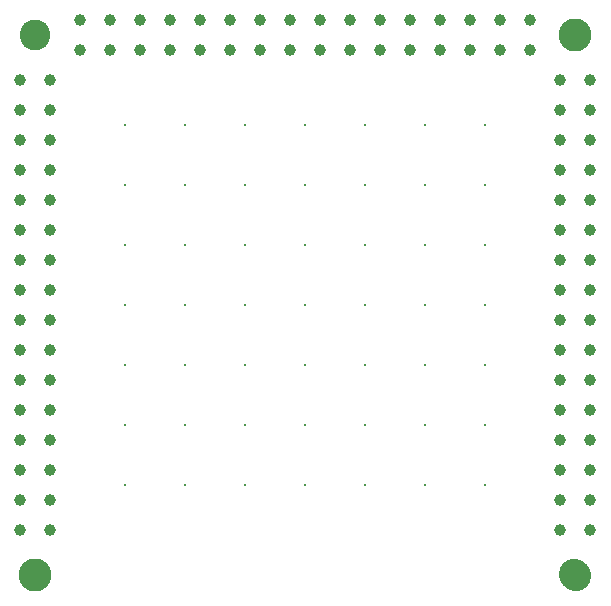
<source format=gbr>
%TF.GenerationSoftware,Altium Limited,Altium Designer,21.2.2 (38)*%
G04 Layer_Color=0*
%FSLAX45Y45*%
%MOMM*%
%TF.SameCoordinates,CFC194E4-F73D-46A4-AAE2-90500156CD02*%
%TF.FilePolarity,Positive*%
%TF.FileFunction,Plated,1,2,PTH,Drill*%
G01*
G75*
%TA.AperFunction,OtherDrill,Pad Free-1 (-22.86mm,22.86mm)*%
%ADD16C,2.60000*%
%TA.AperFunction,OtherDrill,Pad Free-3 (22.86mm,-22.86mm)*%
G04:AMPARAMS|DCode=17|XSize=2.8mm|YSize=2.6mm|CornerRadius=0mm|HoleSize=0mm|Usage=FLASHONLY|Rotation=135.000|XOffset=0mm|YOffset=0mm|HoleType=Round|Shape=Round|*
%AMOVALD17*
21,1,0.20000,2.60000,0.00000,0.00000,135.0*
1,1,2.60000,0.07071,-0.07071*
1,1,2.60000,-0.07071,0.07071*
%
%ADD17OVALD17*%

%TA.AperFunction,OtherDrill,Pad Free-4 (-22.86mm,-22.86mm)*%
%ADD18C,2.80000*%
%TA.AperFunction,OtherDrill,Pad Free-2 (22.86mm,22.86mm)*%
%ADD19C,2.80000*%
%TA.AperFunction,ViaDrill,NotFilled*%
%ADD20C,0.30000*%
%ADD21C,1.00000*%
D16*
X-2286000Y2286000D02*
D03*
D17*
X2286000Y-2286000D02*
D03*
D18*
X-2286000Y-2286000D02*
D03*
D19*
X2286000Y2286000D02*
D03*
D20*
X-1524000Y-1524000D02*
D03*
X-1016000D02*
D03*
X-508000D02*
D03*
X0D02*
D03*
Y-1016000D02*
D03*
Y-508000D02*
D03*
X-508000D02*
D03*
Y-1016000D02*
D03*
X-1016000D02*
D03*
X-1524000D02*
D03*
Y-508000D02*
D03*
X-1016000D02*
D03*
Y0D02*
D03*
X-1524000D02*
D03*
X-508000D02*
D03*
X0D02*
D03*
X508000D02*
D03*
Y-508000D02*
D03*
Y-1016000D02*
D03*
Y-1524000D02*
D03*
X1016000D02*
D03*
X1524000D02*
D03*
Y-1016000D02*
D03*
X1016000D02*
D03*
Y-508000D02*
D03*
X1524000D02*
D03*
Y0D02*
D03*
X1016000D02*
D03*
Y508000D02*
D03*
Y1016000D02*
D03*
X508000D02*
D03*
Y1524000D02*
D03*
X1016000D02*
D03*
X1524000D02*
D03*
Y1016000D02*
D03*
Y508000D02*
D03*
X508000D02*
D03*
X0D02*
D03*
Y1016000D02*
D03*
Y1524000D02*
D03*
X-508000D02*
D03*
Y1016000D02*
D03*
X-1016000D02*
D03*
X-1524000D02*
D03*
Y1524000D02*
D03*
X-1016000D02*
D03*
Y508000D02*
D03*
X-1524000D02*
D03*
X-508000D02*
D03*
D21*
X-2413000Y-1905000D02*
D03*
Y-1651000D02*
D03*
Y-1397000D02*
D03*
Y-1143000D02*
D03*
X-2159000D02*
D03*
Y-1397000D02*
D03*
Y-1651000D02*
D03*
Y-1905000D02*
D03*
Y-889000D02*
D03*
Y-635000D02*
D03*
Y-381000D02*
D03*
Y-127000D02*
D03*
X-2413000D02*
D03*
Y-381000D02*
D03*
Y-635000D02*
D03*
Y-889000D02*
D03*
X2159000D02*
D03*
X2413000D02*
D03*
Y-1142999D02*
D03*
X2159001Y-1143000D02*
D03*
X2158999Y-1397000D02*
D03*
X2159000Y-1651000D02*
D03*
X2413000Y-1651000D02*
D03*
Y-1905000D02*
D03*
X2159000Y-1905000D02*
D03*
X2413000Y-1397000D02*
D03*
Y-635000D02*
D03*
Y-381001D02*
D03*
X2159000D02*
D03*
Y-635000D02*
D03*
Y-127000D02*
D03*
X2413000D02*
D03*
Y127000D02*
D03*
X2159000D02*
D03*
Y381000D02*
D03*
Y634999D02*
D03*
Y889000D02*
D03*
X2159000Y1143000D02*
D03*
X2413000Y1143000D02*
D03*
Y889000D02*
D03*
Y635000D02*
D03*
Y381000D02*
D03*
X2413000Y1397000D02*
D03*
X2159000Y1397000D02*
D03*
Y1651000D02*
D03*
X2413000Y1651000D02*
D03*
X2413000Y1905000D02*
D03*
X2158999Y1905000D02*
D03*
X1905000Y2159000D02*
D03*
Y2413000D02*
D03*
X1651000D02*
D03*
X1397000D02*
D03*
X1397000Y2159000D02*
D03*
X1651000D02*
D03*
X1143000Y2159000D02*
D03*
Y2413000D02*
D03*
X889000D02*
D03*
X635000D02*
D03*
Y2159000D02*
D03*
X381000D02*
D03*
X127000D02*
D03*
Y2413000D02*
D03*
X381000Y2413000D02*
D03*
X889000Y2159000D02*
D03*
X-127000D02*
D03*
Y2413000D02*
D03*
X-381000Y2413000D02*
D03*
X-635000Y2413000D02*
D03*
X-889000D02*
D03*
Y2159000D02*
D03*
X-1143000Y2159000D02*
D03*
X-1143000Y2413000D02*
D03*
X-1397000Y2413000D02*
D03*
X-1397000Y2159000D02*
D03*
X-1651000D02*
D03*
X-1651000Y2413000D02*
D03*
X-1905000Y2413000D02*
D03*
X-1905000Y2159000D02*
D03*
X-2159000Y1905000D02*
D03*
Y1651000D02*
D03*
Y1397000D02*
D03*
Y1143000D02*
D03*
Y889000D02*
D03*
X-2413000D02*
D03*
Y635000D02*
D03*
X-2159000D02*
D03*
Y381000D02*
D03*
X-2413000D02*
D03*
Y127000D02*
D03*
X-2159000D02*
D03*
X-2413000Y1143000D02*
D03*
Y1397000D02*
D03*
Y1651000D02*
D03*
Y1905000D02*
D03*
X-635000Y2159000D02*
D03*
X-381000D02*
D03*
%TF.MD5,4d657d19c869b315ddd9cd7837ea229d*%
M02*

</source>
